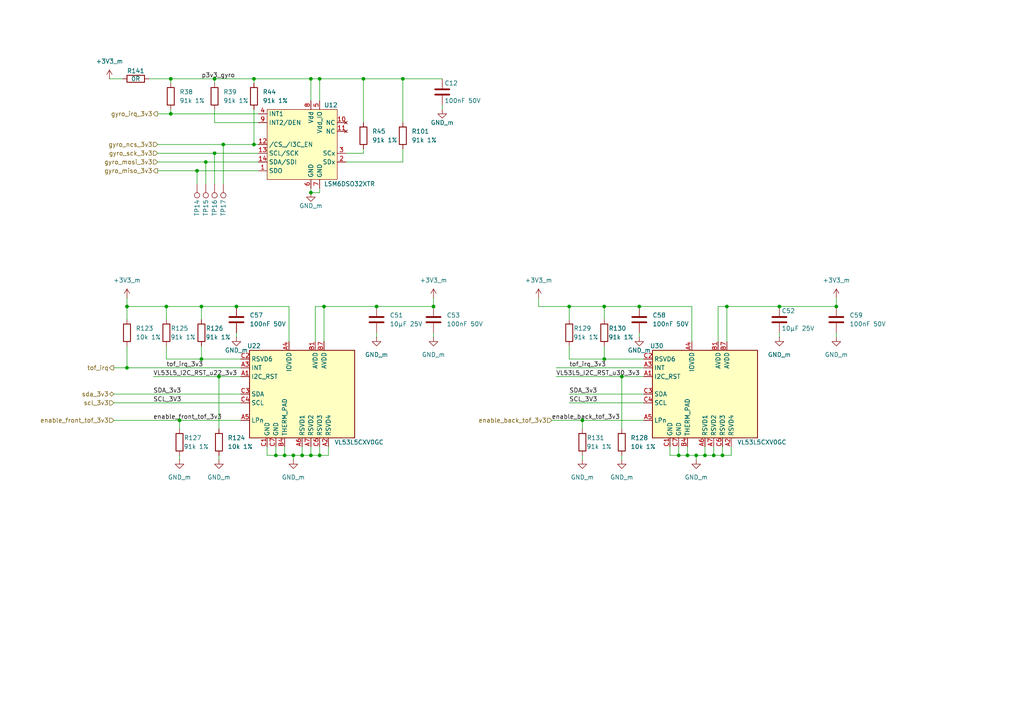
<source format=kicad_sch>
(kicad_sch (version 20231120) (generator "eeschema") (generator_version "8.0")
  (paper "A4")
  (lib_symbols
    (symbol "cocotter_capacitors:C_100nF_50V_0603" (pin_numbers hide) (pin_names (offset 0.254))
      (property "Reference" "C" (at 0.635 2.54 0))
      (property "Value" "100nF 50V" (at 0.635 -2.54 0))
      (symbol "C_100nF_50V_0603_0_1"
        (polyline (pts (xy -2.032 -0.762) (xy 2.032 -0.762)) (stroke (width 0.508)))
        (polyline (pts (xy -2.032 0.762) (xy 2.032 0.762)) (stroke (width 0.508)))
      )
      (symbol "C_100nF_50V_0603_1_1"
        (pin passive line (at 0 3.81 270) (length 2.794) (name "~") (number "1"))
        (pin passive line (at 0 -3.81 90) (length 2.794) (name "~") (number "2"))
      )
    )
    (symbol "cocotter_capacitors:C_10µF_25V_0805_X5R" (pin_numbers hide) (pin_names (offset 0.254))
      (property "Reference" "C" (at 0.635 2.54 0))
      (property "Value" "10µF 25V" (at 0.635 -2.54 0))
      (symbol "C_10µF_25V_0805_X5R_0_1"
        (polyline (pts (xy -2.032 -0.762) (xy 2.032 -0.762)) (stroke (width 0.508)))
        (polyline (pts (xy -2.032 0.762) (xy 2.032 0.762)) (stroke (width 0.508)))
      )
      (symbol "C_10µF_25V_0805_X5R_1_1"
        (pin passive line (at 0 3.81 270) (length 2.794) (name "~") (number "1"))
        (pin passive line (at 0 -3.81 90) (length 2.794) (name "~") (number "2"))
      )
    )
    (symbol "cocotter_ic:LSM6DSO32XTR"
      (property "Reference" "U" (at 7.62 11.43 0))
      (property "Value" "LSM6DSO32XTR" (at 13.462 -11.43 0))
      (symbol "LSM6DSO32XTR_1_1"
        (rectangle (start -10.16 10.16) (end 10.16 -10.16) (fill (type background)))
        (pin output line (at -12.7 -7.62 0) (length 2.54) (name "SDO") (number "1"))
        (pin no_connect line (at 12.7 6.35 180) (length 2.54) (name "NC") (number "10"))
        (pin no_connect line (at 12.7 3.81 180) (length 2.54) (name "NC") (number "11"))
        (pin input line (at -12.7 0 0) (length 2.54) (name "/CS_/I3C_EN") (number "12"))
        (pin input line (at -12.7 -2.54 0) (length 2.54) (name "SCL/SCK") (number "13"))
        (pin input line (at -12.7 -5.08 0) (length 2.54) (name "SDA/SDI") (number "14"))
        (pin free line (at 12.7 -5.08 180) (length 2.54) (name "SDx") (number "2"))
        (pin free line (at 12.7 -2.54 180) (length 2.54) (name "SCx") (number "3"))
        (pin output line (at -12.7 8.89 0) (length 2.54) (name "INT1") (number "4"))
        (pin power_in line (at 5.08 12.7 270) (length 2.54) (name "Vdd_IO") (number "5"))
        (pin passive line (at 2.54 -12.7 90) (length 2.54) (name "GND") (number "6"))
        (pin passive line (at 5.08 -12.7 90) (length 2.54) (name "GND") (number "7"))
        (pin power_in line (at 2.54 12.7 270) (length 2.54) (name "Vdd") (number "8"))
        (pin bidirectional line (at -12.7 6.35 0) (length 2.54) (name "INT2/DEN") (number "9"))
      )
    )
    (symbol "cocotter_ic:VL53L5CXV0GC"
      (property "Reference" "U" (at -13.97 13.97 0))
      (property "Value" "VL53L5CXV0GC" (at 16.51 -13.97 0))
      (symbol "VL53L5CXV0GC_0_1"
        (rectangle (start -15.24 12.7) (end 15.24 -12.7) (stroke (width 0.254)) (fill (type background)))
      )
      (symbol "VL53L5CXV0GC_1_1"
        (pin input line (at -17.78 5.08 0) (length 2.54) (name "I2C_RST") (number "A1"))
        (pin input line (at 7.62 -15.24 90) (length 2.54) (name "RSVD4") (number "A2"))
        (pin open_collector line (at -17.78 7.62 0) (length 2.54) (name "INT") (number "A3"))
        (pin power_in line (at -3.81 15.24 270) (length 2.54) (name "IOVDD") (number "A4"))
        (pin input line (at -17.78 -7.62 0) (length 2.54) (name "LPn") (number "A5"))
        (pin input line (at 0 -15.24 90) (length 2.54) (name "RSVD1") (number "A6"))
        (pin input line (at 2.54 -15.24 90) (length 2.54) (name "RSVD2") (number "A7"))
        (pin power_in line (at 3.81 15.24 270) (length 2.54) (name "AVDD") (number "B1"))
        (pin passive line (at -5.08 -15.24 90) (length 2.54) (name "THERM_PAD") (number "B4"))
        (pin power_in line (at 6.35 15.24 270) (length 2.54) (name "AVDD") (number "B7"))
        (pin passive line (at -10.16 -15.24 90) (length 2.54) (name "GND") (number "C1"))
        (pin input line (at -17.78 10.16 0) (length 2.54) (name "RSVD6") (number "C2"))
        (pin bidirectional line (at -17.78 0 0) (length 2.54) (name "SDA") (number "C3"))
        (pin input line (at -17.78 -2.54 0) (length 2.54) (name "SCL") (number "C4"))
        (pin no_connect line (at 17.78 7.62 180) (length 2.54) hide (name "RSVD5") (number "C5"))
        (pin input line (at 5.08 -15.24 90) (length 2.54) (name "RSVD3") (number "C6"))
        (pin passive line (at -7.62 -15.24 90) (length 2.54) (name "GND") (number "C7"))
      )
    )
    (symbol "cocotter_others:TestPoint" (pin_numbers hide) (pin_names (offset 0.762) hide) (in_bom no)
      (property "Reference" "TP" (at 0 6.858 0))
      (property "Value" "TestPoint" (at 0 5.08 0))
      (symbol "TestPoint_0_1"
        (circle (center 0 3.302) (radius 0.762))
      )
      (symbol "TestPoint_1_1"
        (pin passive line (at 0 0 90) (length 2.54) (name "1") (number "1"))
      )
    )
    (symbol "cocotter_resistors:R_0R_0603" (pin_numbers hide) (pin_names (offset 0))
      (property "Reference" "R" (at 1.27 1.27 0))
      (property "Value" "0R" (at 3.81 -1.27 0))
      (symbol "R_0R_0603_0_1"
        (rectangle (start -1.016 -2.54) (end 1.016 2.54) (stroke (width 0.254)))
      )
      (symbol "R_0R_0603_1_1"
        (pin passive line (at 0 3.81 270) (length 1.27) (name "~") (number "1"))
        (pin passive line (at 0 -3.81 90) (length 1.27) (name "~") (number "2"))
      )
    )
    (symbol "cocotter_resistors:R_10k_0603_1%" (pin_numbers hide) (pin_names (offset 0))
      (property "Reference" "R" (at 1.27 1.27 0))
      (property "Value" "10k 1%" (at 3.81 -1.27 0))
      (symbol "R_10k_0603_1%_0_1"
        (rectangle (start -1.016 -2.54) (end 1.016 2.54) (stroke (width 0.254)))
      )
      (symbol "R_10k_0603_1%_1_1"
        (pin passive line (at 0 3.81 270) (length 1.27) (name "~") (number "1"))
        (pin passive line (at 0 -3.81 90) (length 1.27) (name "~") (number "2"))
      )
    )
    (symbol "cocotter_resistors:R_91k_0603_1%" (pin_numbers hide) (pin_names (offset 0))
      (property "Reference" "R" (at 1.27 1.27 0))
      (property "Value" "91k 1%" (at 4.826 -1.27 0))
      (symbol "R_91k_0603_1%_0_1"
        (rectangle (start -1.016 -2.54) (end 1.016 2.54) (stroke (width 0.254)))
      )
      (symbol "R_91k_0603_1%_1_1"
        (pin passive line (at 0 3.81 270) (length 1.27) (name "~") (number "1"))
        (pin passive line (at 0 -3.81 90) (length 1.27) (name "~") (number "2"))
      )
    )
    (symbol "pmi_2023_specific:+3V3_m" (power) (pin_numbers hide) (pin_names (offset 0) hide)
      (property "Value" "+3V3_m" (at 0 3.556 0))
      (symbol "+3V3_m_0_1"
        (polyline (pts (xy -0.762 1.27) (xy 0 2.54)))
        (polyline (pts (xy 0 0) (xy 0 2.54)))
        (polyline (pts (xy 0 2.54) (xy 0.762 1.27)))
      )
      (symbol "+3V3_m_1_1"
        (pin power_in line (at 0 0 90) (length 0) (name "~") (number "1"))
      )
    )
    (symbol "pmi_2023_specific:GND_m" (power) (pin_numbers hide) (pin_names (offset 0) hide)
      (property "Value" "GND_m" (at 0 -3.81 0))
      (symbol "GND_m_0_1"
        (polyline (pts (xy 0 0) (xy 0 -1.27) (xy 1.27 -1.27) (xy 0 -2.54) (xy -1.27 -1.27) (xy 0 -1.27)))
      )
      (symbol "GND_m_1_1"
        (pin power_in line (at 0 0 270) (length 0) (name "~") (number "1"))
      )
    )
  )
  (junction (at 116.84 22.86))
  (junction (at 62.23 44.45))
  (junction (at 48.26 88.9))
  (junction (at 175.26 88.9))
  (junction (at 105.41 22.86))
  (junction (at 226.06 88.9))
  (junction (at 85.09 132.08))
  (junction (at 59.69 46.99))
  (junction (at 49.53 22.86))
  (junction (at 168.91 121.92))
  (junction (at 90.17 132.08))
  (junction (at 92.71 22.86))
  (junction (at 82.55 132.08))
  (junction (at 185.42 88.9))
  (junction (at 73.66 41.91))
  (junction (at 57.15 49.53))
  (junction (at 63.5 109.22))
  (junction (at 93.98 88.9))
  (junction (at 52.07 121.92))
  (junction (at 90.17 22.86))
  (junction (at 36.83 106.68))
  (junction (at 49.53 33.02))
  (junction (at 196.85 132.08))
  (junction (at 87.63 132.08))
  (junction (at 125.73 88.9))
  (junction (at 180.34 109.22))
  (junction (at 204.47 132.08))
  (junction (at 90.17 55.88))
  (junction (at 62.23 22.86))
  (junction (at 207.01 132.08))
  (junction (at 92.71 132.08))
  (junction (at 36.83 88.9))
  (junction (at 242.57 88.9))
  (junction (at 109.22 88.9))
  (junction (at 80.01 132.08))
  (junction (at 68.58 88.9))
  (junction (at 64.77 41.91))
  (junction (at 210.82 88.9))
  (junction (at 175.26 104.14))
  (junction (at 199.39 132.08))
  (junction (at 58.42 88.9))
  (junction (at 58.42 104.14))
  (junction (at 201.93 132.08))
  (junction (at 165.1 88.9))
  (junction (at 209.55 132.08))
  (junction (at 73.66 22.86))
  (wire (pts (xy 64.77 41.91) (xy 64.77 53.34)))
  (wire (pts (xy 73.66 41.91) (xy 74.93 41.91)))
  (wire (pts (xy 165.1 116.84) (xy 186.69 116.84)))
  (wire (pts (xy 73.66 31.75) (xy 73.66 41.91)))
  (wire (pts (xy 62.23 35.56) (xy 74.93 35.56)))
  (wire (pts (xy 196.85 132.08) (xy 199.39 132.08)))
  (wire (pts (xy 242.57 86.36) (xy 242.57 88.9)))
  (wire (pts (xy 52.07 121.92) (xy 69.85 121.92)))
  (wire (pts (xy 208.28 88.9) (xy 210.82 88.9)))
  (wire (pts (xy 105.41 22.86) (xy 116.84 22.86)))
  (wire (pts (xy 48.26 104.14) (xy 58.42 104.14)))
  (wire (pts (xy 116.84 46.99) (xy 116.84 43.18)))
  (wire (pts (xy 69.85 109.22) (xy 63.5 109.22)))
  (wire (pts (xy 33.02 121.92) (xy 52.07 121.92)))
  (wire (pts (xy 92.71 54.61) (xy 92.71 55.88)))
  (wire (pts (xy 91.44 99.06) (xy 91.44 88.9)))
  (wire (pts (xy 200.66 88.9) (xy 200.66 99.06)))
  (wire (pts (xy 33.02 116.84) (xy 69.85 116.84)))
  (wire (pts (xy 175.26 104.14) (xy 186.69 104.14)))
  (wire (pts (xy 168.91 121.92) (xy 186.69 121.92)))
  (wire (pts (xy 125.73 97.79) (xy 125.73 96.52)))
  (wire (pts (xy 49.53 33.02) (xy 49.53 31.75)))
  (wire (pts (xy 57.15 49.53) (xy 57.15 53.34)))
  (wire (pts (xy 36.83 88.9) (xy 36.83 92.71)))
  (wire (pts (xy 156.21 88.9) (xy 165.1 88.9)))
  (wire (pts (xy 93.98 88.9) (xy 109.22 88.9)))
  (wire (pts (xy 185.42 88.9) (xy 200.66 88.9)))
  (wire (pts (xy 62.23 31.75) (xy 62.23 35.56)))
  (wire (pts (xy 58.42 88.9) (xy 58.42 92.71)))
  (wire (pts (xy 175.26 100.33) (xy 175.26 104.14)))
  (wire (pts (xy 62.23 24.13) (xy 62.23 22.86)))
  (wire (pts (xy 226.06 88.9) (xy 242.57 88.9)))
  (wire (pts (xy 175.26 88.9) (xy 175.26 92.71)))
  (wire (pts (xy 201.93 132.08) (xy 201.93 133.35)))
  (wire (pts (xy 207.01 132.08) (xy 209.55 132.08)))
  (wire (pts (xy 90.17 54.61) (xy 90.17 55.88)))
  (wire (pts (xy 199.39 132.08) (xy 201.93 132.08)))
  (wire (pts (xy 156.21 86.36) (xy 156.21 88.9)))
  (wire (pts (xy 58.42 100.33) (xy 58.42 104.14)))
  (wire (pts (xy 36.83 106.68) (xy 69.85 106.68)))
  (wire (pts (xy 33.02 106.68) (xy 36.83 106.68)))
  (wire (pts (xy 226.06 96.52) (xy 226.06 97.79)))
  (wire (pts (xy 31.75 22.86) (xy 35.56 22.86)))
  (wire (pts (xy 175.26 88.9) (xy 185.42 88.9)))
  (wire (pts (xy 87.63 129.54) (xy 87.63 132.08)))
  (wire (pts (xy 242.57 97.79) (xy 242.57 96.52)))
  (wire (pts (xy 105.41 44.45) (xy 105.41 43.18)))
  (wire (pts (xy 85.09 132.08) (xy 85.09 133.35)))
  (wire (pts (xy 90.17 22.86) (xy 92.71 22.86)))
  (wire (pts (xy 212.09 132.08) (xy 212.09 129.54)))
  (wire (pts (xy 77.47 132.08) (xy 80.01 132.08)))
  (wire (pts (xy 165.1 104.14) (xy 175.26 104.14)))
  (wire (pts (xy 45.72 44.45) (xy 62.23 44.45)))
  (wire (pts (xy 161.29 106.68) (xy 186.69 106.68)))
  (wire (pts (xy 194.31 129.54) (xy 194.31 132.08)))
  (wire (pts (xy 92.71 22.86) (xy 92.71 29.21)))
  (wire (pts (xy 165.1 88.9) (xy 165.1 92.71)))
  (wire (pts (xy 73.66 22.86) (xy 73.66 24.13)))
  (wire (pts (xy 44.45 109.22) (xy 63.5 109.22)))
  (wire (pts (xy 68.58 88.9) (xy 83.82 88.9)))
  (wire (pts (xy 185.42 96.52) (xy 185.42 97.79)))
  (wire (pts (xy 45.72 46.99) (xy 59.69 46.99)))
  (wire (pts (xy 194.31 132.08) (xy 196.85 132.08)))
  (wire (pts (xy 95.25 132.08) (xy 95.25 129.54)))
  (wire (pts (xy 180.34 109.22) (xy 186.69 109.22)))
  (wire (pts (xy 59.69 46.99) (xy 74.93 46.99)))
  (wire (pts (xy 87.63 132.08) (xy 90.17 132.08)))
  (wire (pts (xy 125.73 86.36) (xy 125.73 88.9)))
  (wire (pts (xy 49.53 33.02) (xy 74.93 33.02)))
  (wire (pts (xy 43.18 22.86) (xy 49.53 22.86)))
  (wire (pts (xy 204.47 132.08) (xy 207.01 132.08)))
  (wire (pts (xy 80.01 129.54) (xy 80.01 132.08)))
  (wire (pts (xy 180.34 109.22) (xy 180.34 124.46)))
  (wire (pts (xy 160.02 121.92) (xy 168.91 121.92)))
  (wire (pts (xy 58.42 104.14) (xy 69.85 104.14)))
  (wire (pts (xy 92.71 22.86) (xy 105.41 22.86)))
  (wire (pts (xy 93.98 88.9) (xy 93.98 99.06)))
  (wire (pts (xy 64.77 41.91) (xy 73.66 41.91)))
  (wire (pts (xy 165.1 114.3) (xy 186.69 114.3)))
  (wire (pts (xy 52.07 132.08) (xy 52.07 133.35)))
  (wire (pts (xy 36.83 86.36) (xy 36.83 88.9)))
  (wire (pts (xy 196.85 129.54) (xy 196.85 132.08)))
  (wire (pts (xy 165.1 100.33) (xy 165.1 104.14)))
  (wire (pts (xy 180.34 132.08) (xy 180.34 133.35)))
  (wire (pts (xy 116.84 22.86) (xy 128.27 22.86)))
  (wire (pts (xy 58.42 88.9) (xy 68.58 88.9)))
  (wire (pts (xy 83.82 88.9) (xy 83.82 99.06)))
  (wire (pts (xy 209.55 129.54) (xy 209.55 132.08)))
  (wire (pts (xy 49.53 22.86) (xy 62.23 22.86)))
  (wire (pts (xy 57.15 49.53) (xy 74.93 49.53)))
  (wire (pts (xy 62.23 44.45) (xy 74.93 44.45)))
  (wire (pts (xy 68.58 96.52) (xy 68.58 97.79)))
  (wire (pts (xy 48.26 88.9) (xy 48.26 92.71)))
  (wire (pts (xy 45.72 41.91) (xy 64.77 41.91)))
  (wire (pts (xy 109.22 88.9) (xy 125.73 88.9)))
  (wire (pts (xy 82.55 129.54) (xy 82.55 132.08)))
  (wire (pts (xy 209.55 132.08) (xy 212.09 132.08)))
  (wire (pts (xy 90.17 129.54) (xy 90.17 132.08)))
  (wire (pts (xy 105.41 22.86) (xy 105.41 35.56)))
  (wire (pts (xy 73.66 22.86) (xy 90.17 22.86)))
  (wire (pts (xy 62.23 44.45) (xy 62.23 53.34)))
  (wire (pts (xy 63.5 132.08) (xy 63.5 133.35)))
  (wire (pts (xy 36.83 100.33) (xy 36.83 106.68)))
  (wire (pts (xy 91.44 88.9) (xy 93.98 88.9)))
  (wire (pts (xy 165.1 88.9) (xy 175.26 88.9)))
  (wire (pts (xy 201.93 132.08) (xy 204.47 132.08)))
  (wire (pts (xy 33.02 114.3) (xy 69.85 114.3)))
  (wire (pts (xy 77.47 129.54) (xy 77.47 132.08)))
  (wire (pts (xy 45.72 49.53) (xy 57.15 49.53)))
  (wire (pts (xy 92.71 132.08) (xy 95.25 132.08)))
  (wire (pts (xy 210.82 88.9) (xy 226.06 88.9)))
  (wire (pts (xy 52.07 121.92) (xy 52.07 124.46)))
  (wire (pts (xy 90.17 55.88) (xy 92.71 55.88)))
  (wire (pts (xy 204.47 129.54) (xy 204.47 132.08)))
  (wire (pts (xy 199.39 129.54) (xy 199.39 132.08)))
  (wire (pts (xy 168.91 132.08) (xy 168.91 133.35)))
  (wire (pts (xy 45.72 33.02) (xy 49.53 33.02)))
  (wire (pts (xy 48.26 88.9) (xy 58.42 88.9)))
  (wire (pts (xy 90.17 29.21) (xy 90.17 22.86)))
  (wire (pts (xy 92.71 129.54) (xy 92.71 132.08)))
  (wire (pts (xy 210.82 88.9) (xy 210.82 99.06)))
  (wire (pts (xy 85.09 132.08) (xy 87.63 132.08)))
  (wire (pts (xy 128.27 30.48) (xy 128.27 31.75)))
  (wire (pts (xy 62.23 22.86) (xy 73.66 22.86)))
  (wire (pts (xy 100.33 46.99) (xy 116.84 46.99)))
  (wire (pts (xy 36.83 88.9) (xy 48.26 88.9)))
  (wire (pts (xy 208.28 99.06) (xy 208.28 88.9)))
  (wire (pts (xy 168.91 121.92) (xy 168.91 124.46)))
  (wire (pts (xy 207.01 129.54) (xy 207.01 132.08)))
  (wire (pts (xy 80.01 132.08) (xy 82.55 132.08)))
  (wire (pts (xy 48.26 100.33) (xy 48.26 104.14)))
  (wire (pts (xy 116.84 22.86) (xy 116.84 35.56)))
  (wire (pts (xy 49.53 24.13) (xy 49.53 22.86)))
  (wire (pts (xy 90.17 132.08) (xy 92.71 132.08)))
  (wire (pts (xy 59.69 46.99) (xy 59.69 53.34)))
  (wire (pts (xy 63.5 109.22) (xy 63.5 124.46)))
  (wire (pts (xy 100.33 44.45) (xy 105.41 44.45)))
  (wire (pts (xy 161.29 109.22) (xy 180.34 109.22)))
  (wire (pts (xy 109.22 96.52) (xy 109.22 97.79)))
  (wire (pts (xy 82.55 132.08) (xy 85.09 132.08)))
  (label "SDA_3v3" (at 165.1 114.3 0))
  (label "tof_irq_3v3" (at 48.26 106.68 0))
  (label "SDA_3v3" (at 44.45 114.3 0))
  (label "SCL_3V3" (at 44.45 116.84 0))
  (label "VL53L5_I2C_RST_u22_3v3" (at 44.45 109.22 0))
  (label "SCL_3V3" (at 165.1 116.84 0))
  (label "enable_front_tof_3v3" (at 44.45 121.92 0))
  (label "p3v3_gyro" (at 58.42 22.86 0))
  (label "enable_back_tof_3v3" (at 160.02 121.92 0))
  (label "VL53L5_I2C_RST_u30_3v3" (at 161.29 109.22 0))
  (label "tof_irq_3v3" (at 165.1 106.68 0))
  (hierarchical_label "gyro_miso_3v3" (shape output) (at 45.72 49.53 180))
  (hierarchical_label "gyro_ncs_3v3" (shape input) (at 45.72 41.91 180))
  (hierarchical_label "scl_3v3" (shape input) (at 33.02 116.84 180))
  (hierarchical_label "enable_back_tof_3v3" (shape input) (at 160.02 121.92 180))
  (hierarchical_label "tof_irq" (shape output) (at 33.02 106.68 180))
  (hierarchical_label "gyro_irq_3v3" (shape output) (at 45.72 33.02 180))
  (hierarchical_label "gyro_mosi_3v3" (shape input) (at 45.72 46.99 180))
  (hierarchical_label "sda_3v3" (shape bidirectional) (at 33.02 114.3 180))
  (hierarchical_label "gyro_sck_3v3" (shape input) (at 45.72 44.45 180))
  (hierarchical_label "enable_front_tof_3v3" (shape input) (at 33.02 121.92 180))
  (symbol (lib_id "cocotter_resistors:R_0R_0603") (at 39.37 22.86 90) (unit 1)
    (property "Reference" "R141" (at 39.37 20.574 90))
    (property "Value" "0R" (at 39.37 22.86 90))
    (property "Footprint" "cocotter_resistor:r0603_reflow" (effects (hide yes)))
    (property "Description" "Resistor" (effects (hide yes)))
    (property "Specification" "0R 0603 20mOhms max 100mW" (effects (hide yes)))
    (property "JLCPCB Part #" "C431718" (effects (hide yes)))
  )
  (symbol (lib_id "cocotter_capacitors:C_10µF_25V_0805_X5R") (at 109.22 92.71 0) (unit 1)
    (property "Reference" "C51" (at 113.03 91.4399 0) (effects (justify left)))
    (property "Value" "10µF 25V" (at 113.03 93.9799 0) (effects (justify left)))
    (property "Footprint" "cocotter_capacitors:C_0805_2012Metric" (effects (hide yes)))
    (property "Description" "Unpolarized capacitor" (effects (hide yes)))
    (property "Specification" "10µF 25V X7R 0805 " (effects (hide yes)))
    (property "JLCPCB Part #" "C15850" (effects (hide yes)))
  )
  (symbol (lib_id "cocotter_capacitors:C_100nF_50V_0603") (at 68.58 92.71 0) (unit 1)
    (property "Reference" "C57" (at 72.39 91.4399 0) (effects (justify left)))
    (property "Value" "100nF 50V" (at 72.39 93.9799 0) (effects (justify left)))
    (property "Footprint" "cocotter_capacitors:C_0603_1608Metric" (effects (hide yes)))
    (property "Description" "Unpolarized capacitor tol +/-10%" (effects (hide yes)))
    (property "Specification" "100nF 50V X7R 0603 " (effects (hide yes)))
    (property "JLCPCB Part #" "C14663" (effects (hide yes)))
  )
  (symbol (lib_id "pmi_2023_specific:GND_m") (at 242.57 97.79 0) (unit 1)
    (property "Reference" "#PWR0103" (effects (hide yes)))
    (property "Value" "GND_m" (at 242.57 102.87 0))
    (property "Description" "Power symbol creates a global label with name \"GND\" , ground" (effects (hide yes)))
  )
  (symbol (lib_id "cocotter_resistors:R_91k_0603_1%") (at 105.41 39.37 0) (unit 1)
    (property "Reference" "R45" (at 107.95 38.0999 0) (effects (justify left)))
    (property "Value" "91k 1%" (at 107.95 40.6399 0) (effects (justify left)))
    (property "Footprint" "cocotter_resistor:r0603_reflow" (effects (hide yes)))
    (property "Description" "Resistor" (effects (hide yes)))
    (property "Specification" "91k 0603 1% 100mW" (effects (hide yes)))
    (property "JLCPCB Part #" "C23265" (effects (hide yes)))
  )
  (symbol (lib_id "cocotter_capacitors:C_100nF_50V_0603") (at 185.42 92.71 0) (unit 1)
    (property "Reference" "C58" (at 189.23 91.4399 0) (effects (justify left)))
    (property "Value" "100nF 50V" (at 189.23 93.9799 0) (effects (justify left)))
    (property "Footprint" "cocotter_capacitors:C_0603_1608Metric" (effects (hide yes)))
    (property "Description" "Unpolarized capacitor tol +/-10%" (effects (hide yes)))
    (property "Specification" "100nF 50V X7R 0603 " (effects (hide yes)))
    (property "JLCPCB Part #" "C14663" (effects (hide yes)))
  )
  (symbol (lib_id "cocotter_resistors:R_91k_0603_1%") (at 73.66 27.94 0) (unit 1)
    (property "Reference" "R44" (at 76.2 26.6699 0) (effects (justify left)))
    (property "Value" "91k 1%" (at 76.2 29.2099 0) (effects (justify left)))
    (property "Footprint" "cocotter_resistor:r0603_reflow" (effects (hide yes)))
    (property "Description" "Resistor" (effects (hide yes)))
    (property "Specification" "91k 0603 1% 100mW" (effects (hide yes)))
    (property "JLCPCB Part #" "C23265" (effects (hide yes)))
  )
  (symbol (lib_id "pmi_2023_specific:+3V3_m") (at 36.83 86.36 0) (unit 1)
    (property "Reference" "#PWR065" (effects (hide yes)))
    (property "Value" "+3V3_m" (at 36.83 81.28 0))
    (property "Description" "Power symbol creates a global label with name \"+3V3_m\"" (effects (hide yes)))
  )
  (symbol (lib_id "cocotter_ic:VL53L5CXV0GC") (at 204.47 114.3 0) (unit 1)
    (property "Reference" "U30" (at 190.5 100.33 0))
    (property "Value" "VL53L5CXV0GC" (at 220.98 128.27 0))
    (property "Footprint" "cocotter_ic:VL53L5CX" (effects (hide yes)))
    (property "Datasheet" "https://www.st.com/resource/en/datasheet/vl53l5cx.pdf" (effects (hide yes)))
    (property "Description" "Time-of-Flight 8x8 multizone ranging sensor with wide field of view" (effects (hide yes)))
    (property "JLCPCB Part #" "C3178303" (effects (hide yes)))
  )
  (symbol (lib_id "pmi_2023_specific:+3V3_m") (at 242.57 86.36 0) (unit 1)
    (property "Reference" "#PWR0100" (effects (hide yes)))
    (property "Value" "+3V3_m" (at 242.57 81.28 0))
    (property "Description" "Power symbol creates a global label with name \"+3V3_m\"" (effects (hide yes)))
  )
  (symbol (lib_id "cocotter_resistors:R_91k_0603_1%") (at 58.42 96.52 0) (unit 1)
    (property "Reference" "R126" (at 59.69 95.25 0) (effects (justify left)))
    (property "Value" "91k 1%" (at 63.246 97.79 0))
    (property "Footprint" "cocotter_resistor:r0603_reflow" (effects (hide yes)))
    (property "Description" "Resistor" (effects (hide yes)))
    (property "Specification" "91k 0603 1% 100mW" (effects (hide yes)))
    (property "JLCPCB Part #" "C23265" (effects (hide yes)))
  )
  (symbol (lib_id "pmi_2023_specific:GND_m") (at 90.17 55.88 0) (unit 1)
    (property "Reference" "#PWR094" (effects (hide yes)))
    (property "Value" "GND_m" (at 90.17 59.69 0))
    (property "Description" "Power symbol creates a global label with name \"GND\" , ground" (effects (hide yes)))
  )
  (symbol (lib_id "pmi_2023_specific:GND_m") (at 125.73 97.79 0) (unit 1)
    (property "Reference" "#PWR071" (effects (hide yes)))
    (property "Value" "GND_m" (at 125.73 102.87 0))
    (property "Description" "Power symbol creates a global label with name \"GND\" , ground" (effects (hide yes)))
  )
  (symbol (lib_id "cocotter_capacitors:C_10µF_25V_0805_X5R") (at 226.06 92.71 0) (unit 1)
    (property "Reference" "C52" (at 226.695 90.17 0) (effects (justify left)))
    (property "Value" "10µF 25V" (at 226.695 95.25 0) (effects (justify left)))
    (property "Footprint" "cocotter_capacitors:C_0805_2012Metric" (effects (hide yes)))
    (property "Description" "Unpolarized capacitor" (effects (hide yes)))
    (property "Specification" "10µF 25V X7R 0805 " (effects (hide yes)))
    (property "JLCPCB Part #" "C15850" (effects (hide yes)))
  )
  (symbol (lib_id "pmi_2023_specific:GND_m") (at 52.07 133.35 0) (unit 1)
    (property "Reference" "#PWR0105" (effects (hide yes)))
    (property "Value" "GND_m" (at 52.07 138.43 0))
    (property "Description" "Power symbol creates a global label with name \"GND\" , ground" (effects (hide yes)))
  )
  (symbol (lib_id "cocotter_capacitors:C_100nF_50V_0603") (at 242.57 92.71 0) (unit 1)
    (property "Reference" "C59" (at 246.38 91.4399 0) (effects (justify left)))
    (property "Value" "100nF 50V" (at 246.38 93.9799 0) (effects (justify left)))
    (property "Footprint" "cocotter_capacitors:C_0603_1608Metric" (effects (hide yes)))
    (property "Description" "Unpolarized capacitor tol +/-10%" (effects (hide yes)))
    (property "Specification" "100nF 50V X7R 0603 " (effects (hide yes)))
    (property "JLCPCB Part #" "C14663" (effects (hide yes)))
  )
  (symbol (lib_id "cocotter_resistors:R_91k_0603_1%") (at 175.26 96.52 0) (unit 1)
    (property "Reference" "R130" (at 176.53 95.25 0) (effects (justify left)))
    (property "Value" "91k 1%" (at 180.086 97.79 0))
    (property "Footprint" "cocotter_resistor:r0603_reflow" (effects (hide yes)))
    (property "Description" "Resistor" (effects (hide yes)))
    (property "Specification" "91k 0603 1% 100mW" (effects (hide yes)))
    (property "JLCPCB Part #" "C23265" (effects (hide yes)))
  )
  (symbol (lib_id "pmi_2023_specific:+3V3_m") (at 156.21 86.36 0) (unit 1)
    (property "Reference" "#PWR072" (effects (hide yes)))
    (property "Value" "+3V3_m" (at 156.21 81.28 0))
    (property "Description" "Power symbol creates a global label with name \"+3V3_m\"" (effects (hide yes)))
  )
  (symbol (lib_id "cocotter_ic:LSM6DSO32XTR") (at 87.63 41.91 0) (unit 1)
    (property "Reference" "U12" (at 93.98 30.48 0) (effects (justify left)))
    (property "Value" "LSM6DSO32XTR" (at 93.98 53.34 0) (effects (justify left)))
    (property "Footprint" "cocotter_ic:LGA-14_3x2.5mm_P0.5mm_LayoutBorder3x4y" (effects (hide yes)))
    (property "Datasheet" "https://www.st.com/resource/en/datasheet/lsm6dso32x.pdf" (effects (hide yes)))
    (property "JLCPCB Part #" "C2655100" (effects (hide yes)))
  )
  (symbol (lib_id "pmi_2023_specific:+3V3_m") (at 125.73 86.36 0) (unit 1)
    (property "Reference" "#PWR070" (effects (hide yes)))
    (property "Value" "+3V3_m" (at 125.73 81.28 0))
    (property "Description" "Power symbol creates a global label with name \"+3V3_m\"" (effects (hide yes)))
  )
  (symbol (lib_id "pmi_2023_specific:GND_m") (at 68.58 97.79 0) (unit 1)
    (property "Reference" "#PWR067" (effects (hide yes)))
    (property "Value" "GND_m" (at 68.58 101.6 0))
    (property "Description" "Power symbol creates a global label with name \"GND\" , ground" (effects (hide yes)))
  )
  (symbol (lib_id "cocotter_capacitors:C_100nF_50V_0603") (at 125.73 92.71 0) (unit 1)
    (property "Reference" "C53" (at 129.54 91.4399 0) (effects (justify left)))
    (property "Value" "100nF 50V" (at 129.54 93.9799 0) (effects (justify left)))
    (property "Footprint" "cocotter_capacitors:C_0603_1608Metric" (effects (hide yes)))
    (property "Description" "Unpolarized capacitor tol +/-10%" (effects (hide yes)))
    (property "Specification" "100nF 50V X7R 0603 " (effects (hide yes)))
    (property "JLCPCB Part #" "C14663" (effects (hide yes)))
  )
  (symbol (lib_id "pmi_2023_specific:GND_m") (at 226.06 97.79 0) (unit 1)
    (property "Reference" "#PWR076" (effects (hide yes)))
    (property "Value" "GND_m" (at 226.06 102.87 0))
    (property "Description" "Power symbol creates a global label with name \"GND\" , ground" (effects (hide yes)))
  )
  (symbol (lib_id "pmi_2023_specific:GND_m") (at 128.27 31.75 0) (unit 1)
    (property "Reference" "#PWR095" (effects (hide yes)))
    (property "Value" "GND_m" (at 128.27 35.56 0))
    (property "Description" "Power symbol creates a global label with name \"GND\" , ground" (effects (hide yes)))
  )
  (symbol (lib_id "cocotter_others:TestPoint") (at 59.69 53.34 180) (unit 1) (in_bom no)
    (property "Reference" "TP15" (at 59.69 62.738 90) (effects (justify right)))
    (property "Value" "TestPoint" (effects (hide yes)))
    (property "Footprint" "cocotter_others:testpoint-THT-0.5mm" (effects (hide yes)))
    (property "Description" "test point" (effects (hide yes)))
  )
  (symbol (lib_id "pmi_2023_specific:GND_m") (at 109.22 97.79 0) (unit 1)
    (property "Reference" "#PWR069" (effects (hide yes)))
    (property "Value" "GND_m" (at 109.22 102.87 0))
    (property "Description" "Power symbol creates a global label with name \"GND\" , ground" (effects (hide yes)))
  )
  (symbol (lib_id "cocotter_resistors:R_91k_0603_1%") (at 116.84 39.37 0) (unit 1)
    (property "Reference" "R101" (at 119.38 38.0999 0) (effects (justify left)))
    (property "Value" "91k 1%" (at 119.38 40.6399 0) (effects (justify left)))
    (property "Footprint" "cocotter_resistor:r0603_reflow" (effects (hide yes)))
    (property "Description" "Resistor" (effects (hide yes)))
    (property "Specification" "91k 0603 1% 100mW" (effects (hide yes)))
    (property "JLCPCB Part #" "C23265" (effects (hide yes)))
  )
  (symbol (lib_id "cocotter_resistors:R_91k_0603_1%") (at 48.26 96.52 0) (unit 1)
    (property "Reference" "R125" (at 49.53 95.25 0) (effects (justify left)))
    (property "Value" "91k 1%" (at 53.086 97.79 0))
    (property "Footprint" "cocotter_resistor:r0603_reflow" (effects (hide yes)))
    (property "Description" "Resistor" (effects (hide yes)))
    (property "Specification" "91k 0603 1% 100mW" (effects (hide yes)))
    (property "JLCPCB Part #" "C23265" (effects (hide yes)))
  )
  (symbol (lib_id "pmi_2023_specific:GND_m") (at 180.34 133.35 0) (unit 1)
    (property "Reference" "#PWR073" (effects (hide yes)))
    (property "Value" "GND_m" (at 180.34 138.43 0))
    (property "Description" "Power symbol creates a global label with name \"GND\" , ground" (effects (hide yes)))
  )
  (symbol (lib_id "cocotter_capacitors:C_100nF_50V_0603") (at 128.27 26.67 0) (unit 1)
    (property "Reference" "C12" (at 128.905 24.13 0) (effects (justify left)))
    (property "Value" "100nF 50V" (at 128.905 29.21 0) (effects (justify left)))
    (property "Footprint" "cocotter_capacitors:C_0603_1608Metric" (effects (hide yes)))
    (property "Description" "Unpolarized capacitor tol +/-10%" (effects (hide yes)))
    (property "Specification" "100nF 50V X7R 0603 " (effects (hide yes)))
    (property "JLCPCB Part #" "C14663" (effects (hide yes)))
  )
  (symbol (lib_id "pmi_2023_specific:GND_m") (at 85.09 133.35 0) (unit 1)
    (property "Reference" "#PWR068" (effects (hide yes)))
    (property "Value" "GND_m" (at 85.09 138.43 0))
    (property "Description" "Power symbol creates a global label with name \"GND\" , ground" (effects (hide yes)))
  )
  (symbol (lib_id "cocotter_resistors:R_91k_0603_1%") (at 52.07 128.27 0) (unit 1)
    (property "Reference" "R127" (at 53.34 127 0) (effects (justify left)))
    (property "Value" "91k 1%" (at 56.896 129.54 0))
    (property "Footprint" "cocotter_resistor:r0603_reflow" (effects (hide yes)))
    (property "Description" "Resistor" (effects (hide yes)))
    (property "Specification" "91k 0603 1% 100mW" (effects (hide yes)))
    (property "JLCPCB Part #" "C23265" (effects (hide yes)))
  )
  (symbol (lib_id "pmi_2023_specific:GND_m") (at 168.91 133.35 0) (unit 1)
    (property "Reference" "#PWR0112" (effects (hide yes)))
    (property "Value" "GND_m" (at 168.91 138.43 0))
    (property "Description" "Power symbol creates a global label with name \"GND\" , ground" (effects (hide yes)))
  )
  (symbol (lib_id "cocotter_others:TestPoint") (at 57.15 53.34 180) (unit 1) (in_bom no)
    (property "Reference" "TP14" (at 57.15 62.738 90) (effects (justify right)))
    (property "Value" "TestPoint" (effects (hide yes)))
    (property "Footprint" "cocotter_others:testpoint-THT-0.5mm" (effects (hide yes)))
    (property "Description" "test point" (effects (hide yes)))
  )
  (symbol (lib_id "pmi_2023_specific:GND_m") (at 201.93 133.35 0) (unit 1)
    (property "Reference" "#PWR075" (effects (hide yes)))
    (property "Value" "GND_m" (at 201.93 138.43 0))
    (property "Description" "Power symbol creates a global label with name \"GND\" , ground" (effects (hide yes)))
  )
  (symbol (lib_id "cocotter_others:TestPoint") (at 64.77 53.34 180) (unit 1) (in_bom no)
    (property "Reference" "TP17" (at 64.77 62.738 90) (effects (justify right)))
    (property "Value" "TestPoint" (effects (hide yes)))
    (property "Footprint" "cocotter_others:testpoint-THT-0.5mm" (effects (hide yes)))
    (property "Description" "test point" (effects (hide yes)))
  )
  (symbol (lib_id "pmi_2023_specific:GND_m") (at 63.5 133.35 0) (unit 1)
    (property "Reference" "#PWR066" (effects (hide yes)))
    (property "Value" "GND_m" (at 63.5 138.43 0))
    (property "Description" "Power symbol creates a global label with name \"GND\" , ground" (effects (hide yes)))
  )
  (symbol (lib_id "pmi_2023_specific:+3V3_m") (at 31.75 22.86 0) (unit 1)
    (property "Reference" "#PWR036" (effects (hide yes)))
    (property "Value" "+3V3_m" (at 31.75 17.78 0))
    (property "Description" "Power symbol creates a global label with name \"+3V3_m\"" (effects (hide yes)))
  )
  (symbol (lib_id "cocotter_ic:VL53L5CXV0GC") (at 87.63 114.3 0) (unit 1)
    (property "Reference" "U22" (at 73.66 100.33 0))
    (property "Value" "VL53L5CXV0GC" (at 104.14 128.27 0))
    (property "Footprint" "cocotter_ic:VL53L5CX" (effects (hide yes)))
    (property "Datasheet" "https://www.st.com/resource/en/datasheet/vl53l5cx.pdf" (effects (hide yes)))
    (property "Description" "Time-of-Flight 8x8 multizone ranging sensor with wide field of view" (effects (hide yes)))
    (property "JLCPCB Part #" "C3178303" (effects (hide yes)))
  )
  (symbol (lib_id "cocotter_others:TestPoint") (at 62.23 53.34 180) (unit 1) (in_bom no)
    (property "Reference" "TP16" (at 62.23 62.738 90) (effects (justify right)))
    (property "Value" "TestPoint" (effects (hide yes)))
    (property "Footprint" "cocotter_others:testpoint-THT-0.5mm" (effects (hide yes)))
    (property "Description" "test point" (effects (hide yes)))
  )
  (symbol (lib_id "cocotter_resistors:R_91k_0603_1%") (at 168.91 128.27 0) (unit 1)
    (property "Reference" "R131" (at 170.18 127 0) (effects (justify left)))
    (property "Value" "91k 1%" (at 173.736 129.54 0))
    (property "Footprint" "cocotter_resistor:r0603_reflow" (effects (hide yes)))
    (property "Description" "Resistor" (effects (hide yes)))
    (property "Specification" "91k 0603 1% 100mW" (effects (hide yes)))
    (property "JLCPCB Part #" "C23265" (effects (hide yes)))
  )
  (symbol (lib_id "cocotter_resistors:R_10k_0603_1%") (at 63.5 128.27 0) (unit 1)
    (property "Reference" "R124" (at 66.04 126.9999 0) (effects (justify left)))
    (property "Value" "10k 1%" (at 66.04 129.5399 0) (effects (justify left)))
    (property "Footprint" "cocotter_resistor:r0603_reflow" (effects (hide yes)))
    (property "Description" "Resistor" (effects (hide yes)))
    (property "Specification" "10k 0603 1% 100mW" (effects (hide yes)))
    (property "mouser" "603-RC0603FR-10100KL" (effects (hide yes)))
    (property "JLCPCB Part #" "C25804" (effects (hide yes)))
  )
  (symbol (lib_id "pmi_2023_specific:GND_m") (at 185.42 97.79 0) (unit 1)
    (property "Reference" "#PWR074" (effects (hide yes)))
    (property "Value" "GND_m" (at 185.42 101.6 0))
    (property "Description" "Power symbol creates a global label with name \"GND\" , ground" (effects (hide yes)))
  )
  (symbol (lib_id "cocotter_resistors:R_91k_0603_1%") (at 49.53 27.94 0) (unit 1)
    (property "Reference" "R38" (at 52.07 26.6699 0) (effects (justify left)))
    (property "Value" "91k 1%" (at 52.07 29.2099 0) (effects (justify left)))
    (property "Footprint" "cocotter_resistor:r0603_reflow" (effects (hide yes)))
    (property "Description" "Resistor" (effects (hide yes)))
    (property "Specification" "91k 0603 1% 100mW" (effects (hide yes)))
    (property "JLCPCB Part #" "C23265" (effects (hide yes)))
  )
  (symbol (lib_id "cocotter_resistors:R_91k_0603_1%") (at 165.1 96.52 0) (unit 1)
    (property "Reference" "R129" (at 166.37 95.25 0) (effects (justify left)))
    (property "Value" "91k 1%" (at 169.926 97.79 0))
    (property "Footprint" "cocotter_resistor:r0603_reflow" (effects (hide yes)))
    (property "Description" "Resistor" (effects (hide yes)))
    (property "Specification" "91k 0603 1% 100mW" (effects (hide yes)))
    (property "JLCPCB Part #" "C23265" (effects (hide yes)))
  )
  (symbol (lib_id "cocotter_resistors:R_91k_0603_1%") (at 62.23 27.94 0) (unit 1)
    (property "Reference" "R39" (at 64.77 26.6699 0) (effects (justify left)))
    (property "Value" "91k 1%" (at 64.77 29.2099 0) (effects (justify left)))
    (property "Footprint" "cocotter_resistor:r0603_reflow" (effects (hide yes)))
    (property "Description" "Resistor" (effects (hide yes)))
    (property "Specification" "91k 0603 1% 100mW" (effects (hide yes)))
    (property "JLCPCB Part #" "C23265" (effects (hide yes)))
  )
  (symbol (lib_id "cocotter_resistors:R_10k_0603_1%") (at 36.83 96.52 0) (unit 1)
    (property "Reference" "R123" (at 39.37 95.2499 0) (effects (justify left)))
    (property "Value" "10k 1%" (at 39.37 97.7899 0) (effects (justify left)))
    (property "Footprint" "cocotter_resistor:r0603_reflow" (effects (hide yes)))
    (property "Description" "Resistor" (effects (hide yes)))
    (property "Specification" "10k 0603 1% 100mW" (effects (hide yes)))
    (property "mouser" "603-RC0603FR-10100KL" (effects (hide yes)))
    (property "JLCPCB Part #" "C25804" (effects (hide yes)))
  )
  (symbol (lib_id "cocotter_resistors:R_10k_0603_1%") (at 180.34 128.27 0) (unit 1)
    (property "Reference" "R128" (at 182.88 126.9999 0) (effects (justify left)))
    (property "Value" "10k 1%" (at 182.88 129.5399 0) (effects (justify left)))
    (property "Footprint" "cocotter_resistor:r0603_reflow" (effects (hide yes)))
    (property "Description" "Resistor" (effects (hide yes)))
    (property "Specification" "10k 0603 1% 100mW" (effects (hide yes)))
    (property "mouser" "603-RC0603FR-10100KL" (effects (hide yes)))
    (property "JLCPCB Part #" "C25804" (effects (hide yes)))
  )
)
</source>
